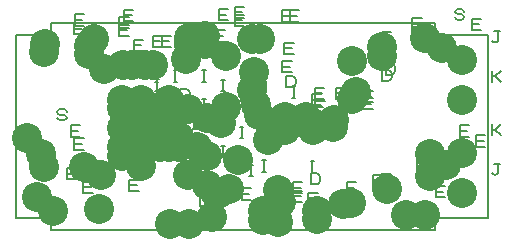
<source format=gbr>
%FSLAX25Y25*%
%MOIN*%
G04 EasyPC Gerber Version 18.0.8 Build 3632 *
%ADD10C,0.00500*%
%ADD150C,0.10000*%
X0Y0D02*
D02*
D10*
X40844Y51787D02*
X41157Y51162D01*
X41781Y50849*
X43031*
X43657Y51162*
X43969Y51787*
X43657Y52412*
X43031Y52724*
X41781*
X41157Y53037*
X40844Y53662*
X41157Y54287*
X41781Y54599*
X43031*
X43657Y54287*
X43969Y53662*
X44226Y31266D02*
Y35016D01*
X47351*
X46726Y33141D02*
X44226D01*
Y31266D02*
X47351D01*
X45407Y45439D02*
Y49189D01*
X48532*
X47907Y47314D02*
X45407D01*
Y45439D02*
X48532D01*
X46574Y79512D02*
Y83262D01*
X49700*
X49074Y81387D02*
X46574D01*
Y79512D02*
X49700D01*
X46588Y41108D02*
Y44858D01*
X49713*
X49088Y42983D02*
X46588D01*
Y41108D02*
X49713D01*
X46653Y82425D02*
Y86175D01*
X49778*
X49153Y84300D02*
X46653D01*
Y82425D02*
X49778D01*
X49576Y26667D02*
Y30417D01*
X52702*
X52076Y28543D02*
X49576D01*
Y26667D02*
X52702D01*
X59777Y41305D02*
Y45055D01*
X62902*
X62277Y43180D02*
X59777D01*
Y41305D02*
X62902D01*
X61574Y78961D02*
Y82711D01*
X64700*
X64074Y80836D02*
X61574D01*
Y78961D02*
X64700D01*
X61574Y81520D02*
Y85270D01*
X64700*
X64074Y83395D02*
X61574D01*
Y81520D02*
X64700D01*
X63124Y84022D02*
Y87772D01*
X66249*
X65624Y85897D02*
X63124D01*
Y84022D02*
X66249D01*
X64895Y27346D02*
Y31096D01*
X68020*
X67395Y29222D02*
X64895D01*
Y27346D02*
X68020D01*
X65486Y38549D02*
Y42299D01*
X67361*
X67986Y41987*
X68298Y41674*
X68611Y41049*
Y39799*
X68298Y39174*
X67986Y38862*
X67361Y38549*
X65486*
X66273Y73982D02*
Y77732D01*
X69398*
X68773Y75857D02*
X66273D01*
Y73982D02*
X69398D01*
X73313Y44848D02*
X74563D01*
X73938D02*
Y48598D01*
X73313D02*
X74563D01*
X73313Y47998D02*
X74563D01*
X73938D02*
Y51748D01*
X73313D02*
X74563D01*
X73313Y54297D02*
X74563D01*
X73938D02*
Y58047D01*
X73313D02*
X74563D01*
X73313Y63746D02*
X74563D01*
X73938D02*
Y67496D01*
X73313D02*
X74563D01*
X73510Y60793D02*
X74760D01*
X74135D02*
Y64543D01*
X73510D02*
X74760D01*
X72598Y75360D02*
Y79110D01*
X75723*
X75098Y77235D02*
X72598D01*
Y75360D02*
X75723D01*
X75748D02*
Y79110D01*
X78873*
X78248Y77235D02*
X75748D01*
Y75360D02*
X78873D01*
X79612Y41699D02*
X80862D01*
X80237D02*
Y45449D01*
X79612D02*
X80862D01*
X79612Y47998D02*
X80862D01*
X80237D02*
Y51748D01*
X79612D02*
X80862D01*
X79612Y54297D02*
X80862D01*
X80237D02*
Y58047D01*
X79612D02*
X80862D01*
X79612Y63746D02*
X80862D01*
X80237D02*
Y67496D01*
X79612D02*
X80862D01*
X80078Y75360D02*
Y79110D01*
X83204*
X82578Y77235D02*
X80078D01*
Y75360D02*
X83204D01*
X81824Y51148D02*
Y54898D01*
X83700*
X84324Y54585*
X84637Y54273*
X84950Y53648*
Y52398*
X84637Y51773*
X84324Y51460*
X83700Y51148*
X81824*
X82762Y54297D02*
X84012D01*
X83387D02*
Y58047D01*
X82762D02*
X84012D01*
X81824Y57447D02*
Y61197D01*
X83700*
X84324Y60885*
X84637Y60572*
X84950Y59947*
Y58697*
X84637Y58072*
X84324Y57759*
X83700Y57447*
X81824*
X82834Y75360D02*
Y79110D01*
X85959*
X85334Y77235D02*
X82834D01*
Y75360D02*
X85959D01*
X85911Y47998D02*
X87161D01*
X86537D02*
Y51748D01*
X85911D02*
X87161D01*
X85911Y54297D02*
X87161D01*
X86537D02*
Y58047D01*
X85911D02*
X87161D01*
X89061Y47998D02*
X90311D01*
X89686D02*
Y51748D01*
X89061D02*
X90311D01*
X89061Y54297D02*
X90311D01*
X89686D02*
Y58047D01*
X89061D02*
X90311D01*
X89061Y63746D02*
X90311D01*
X89686D02*
Y67496D01*
X89061D02*
X90311D01*
X88517Y22407D02*
Y26157D01*
X90393*
X91017Y25845*
X91330Y25533*
X91643Y24907*
Y23657*
X91330Y23033*
X91017Y22720*
X90393Y22407*
X88517*
X92211Y47998D02*
X93461D01*
X92836D02*
Y51748D01*
X92211D02*
X93461D01*
X91273Y51148D02*
Y54898D01*
X93148*
X93773Y54585*
X94086Y54273*
X94398Y53648*
Y52398*
X94086Y51773*
X93773Y51460*
X93148Y51148*
X91273*
X93635Y77132D02*
Y80882D01*
X96761*
X96135Y79007D02*
X93635D01*
Y77132D02*
X96761D01*
X95360Y38549D02*
X96610D01*
X95985D02*
Y42299D01*
X95360D02*
X96610D01*
X95360Y60596D02*
X96610D01*
X95985D02*
Y64346D01*
X95360D02*
X96610D01*
X94620Y84219D02*
Y87969D01*
X97745*
X97120Y86094D02*
X94620D01*
Y84219D02*
X97745D01*
X94842Y22211D02*
Y25961D01*
X96717*
X97342Y25648*
X97655Y25336*
X97967Y24711*
Y23461*
X97655Y22836*
X97342Y22523*
X96717Y22211*
X94842*
X98510Y47998D02*
X99760D01*
X99135D02*
Y51748D01*
X98510D02*
X99760D01*
X99960Y82307D02*
Y86057D01*
X103085*
X102460Y84182D02*
X99960D01*
Y82307D02*
X103085D01*
X99960Y85063D02*
Y88813D01*
X103085*
X102460Y86938D02*
X99960D01*
Y85063D02*
X103085D01*
X101659Y35400D02*
X102909D01*
X102285D02*
Y39150D01*
X101659D02*
X102909D01*
X101659Y44848D02*
X102909D01*
X102285D02*
Y48598D01*
X101659D02*
X102909D01*
X101659Y57447D02*
X102909D01*
X102285D02*
Y61197D01*
X101659D02*
X102909D01*
X102381Y24443D02*
Y28193D01*
X105507*
X104881Y26318D02*
X102381D01*
Y24443D02*
X105507D01*
X104809Y32250D02*
X106059D01*
X105434D02*
Y36000D01*
X104809D02*
X106059D01*
X105446Y56069D02*
Y59819D01*
X107322*
X107946Y59507*
X108259Y59194*
X108572Y58569*
Y57319*
X108259Y56694*
X107946Y56381*
X107322Y56069*
X105446*
X107218Y61187D02*
Y64937D01*
X109093*
X109718Y64625*
X110031Y64312*
X110343Y63687*
Y62437*
X110031Y61812*
X109718Y61500*
X109093Y61187*
X107218*
Y78313D02*
Y82063D01*
X110343*
X109718Y80188D02*
X107218D01*
Y78313D02*
X110343D01*
X109140Y33825D02*
X110390D01*
X109765D02*
Y37575D01*
X109140D02*
X110390D01*
X111896Y43667D02*
X113146D01*
X112521D02*
Y47417D01*
X111896D02*
X113146D01*
X115708Y83825D02*
Y87575D01*
X118833*
X118208Y85700D02*
X115708D01*
Y83825D02*
X118833D01*
X115880Y66896D02*
Y70646D01*
X119005*
X118380Y68771D02*
X115880D01*
Y66896D02*
X119005D01*
X116470Y72998D02*
Y76748D01*
X119595*
X118970Y74873D02*
X116470D01*
Y72998D02*
X119595D01*
X117257Y61974D02*
Y65724D01*
X119133*
X119757Y65412*
X120070Y65100*
X120383Y64474*
Y63224*
X120070Y62600*
X119757Y62287*
X119133Y61974*
X117257*
X118982Y58431D02*
X120232D01*
X119607D02*
Y62181D01*
X118982D02*
X120232D01*
X118267Y83825D02*
Y87575D01*
X121393*
X120767Y85700D02*
X118267D01*
Y83825D02*
X121393D01*
X119448Y23646D02*
Y27396D01*
X122574*
X121948Y25521D02*
X119448D01*
Y23646D02*
X122574D01*
X119448Y26598D02*
Y30348D01*
X122574*
X121948Y28474D02*
X119448D01*
Y26598D02*
X122574D01*
X121194Y50360D02*
Y54110D01*
X124320*
X123694Y52235D02*
X121194D01*
Y50360D02*
X124320D01*
X125281Y33431D02*
X126531D01*
X125907D02*
Y37181D01*
X125281D02*
X126531D01*
X124541Y22998D02*
Y26748D01*
X127666*
X127041Y24873D02*
X124541D01*
Y22998D02*
X127666D01*
X125328Y29494D02*
Y33244D01*
X127204*
X127828Y32932*
X128141Y32619*
X128454Y31994*
Y30744*
X128141Y30119*
X127828Y29807*
X127204Y29494*
X125328*
X125722Y55872D02*
Y59622D01*
X128847*
X128222Y57747D02*
X125722D01*
Y55872D02*
X128847D01*
X126706Y58037D02*
Y61787D01*
X129831*
X129206Y59913D02*
X126706D01*
Y58037D02*
X129831D01*
X126903Y53510D02*
Y57260D01*
X130028*
X129403Y55385D02*
X126903D01*
Y53510D02*
X130028D01*
X133596Y58037D02*
Y61787D01*
X136721*
X136096Y59913D02*
X133596D01*
Y58037D02*
X136721D01*
X136155Y53510D02*
Y57260D01*
X139280*
X138655Y55385D02*
X136155D01*
Y53510D02*
X139280D01*
X136155Y55872D02*
Y59622D01*
X139280*
X138655Y57747D02*
X136155D01*
Y55872D02*
X139280D01*
X137362Y23843D02*
Y27593D01*
X140487*
X139862Y25718D02*
X137362D01*
Y23843D02*
X140487D01*
X137362Y26598D02*
Y30348D01*
X140487*
X139862Y28474D02*
X137362D01*
Y26598D02*
X140487D01*
X142848Y54494D02*
Y58244D01*
X145973*
X145348Y56369D02*
X142848D01*
Y54494D02*
X145973D01*
X143045Y57053D02*
Y60803D01*
X146170*
X145545Y58928D02*
X143045D01*
Y57053D02*
X146170D01*
X146151Y29049D02*
Y32799D01*
X149276*
X148651Y30924D02*
X146151D01*
Y29049D02*
X149276D01*
X148848Y29148D02*
Y32898D01*
X151973*
X151348Y31023D02*
X148848D01*
Y29148D02*
X151973D01*
X148950Y76541D02*
Y80291D01*
X152076*
X151450Y78417D02*
X148950D01*
Y76541D02*
X152076D01*
X149147Y63943D02*
Y67693D01*
X151022*
X151647Y67381*
X151960Y67068*
X152272Y66443*
Y65193*
X151960Y64568*
X151647Y64256*
X151022Y63943*
X149147*
X150328Y66108D02*
Y69858D01*
X152204*
X152828Y69546*
X153141Y69233*
X153454Y68608*
Y67358*
X153141Y66733*
X152828Y66421*
X152204Y66108*
X150328*
X159212Y78370D02*
Y82120D01*
X162337*
X161712Y80245D02*
X159212D01*
Y78370D02*
X162337D01*
X159212Y81126D02*
Y84876D01*
X162337*
X161712Y83001D02*
X159212D01*
Y81126D02*
X162337D01*
X160787Y33882D02*
Y37632D01*
X163912*
X163287Y35757D02*
X160787D01*
Y33882D02*
X163912D01*
X166667Y14305D02*
X38814D01*
Y18242*
X27003*
Y79462*
X38814*
Y83399*
X166667*
Y79462*
X184423*
Y18242*
X166667*
Y14305*
X166968Y25191D02*
Y28941D01*
X170093*
X169468Y27066D02*
X166968D01*
Y25191D02*
X170093D01*
X173324Y26196D02*
X173637Y25571D01*
X174262Y25259*
X175512*
X176137Y25571*
X176450Y26196*
X176137Y26821*
X175512Y27134*
X174262*
X173637Y27446*
X173324Y28071*
X173637Y28696*
X174262Y29009*
X175512*
X176137Y28696*
X176450Y28071*
X173324Y85252D02*
X173637Y84626D01*
X174262Y84314*
X175512*
X176137Y84626*
X176450Y85252*
X176137Y85876*
X175512Y86189*
X174262*
X173637Y86502*
X173324Y87126*
X173637Y87752*
X174262Y88064*
X175512*
X176137Y87752*
X176450Y87126*
X174935Y45439D02*
Y49189D01*
X178060*
X177435Y47314D02*
X174935D01*
Y45439D02*
X178060D01*
X175131Y38254D02*
Y42004D01*
X178257*
X177631Y40129D02*
X175131D01*
Y38254D02*
X178257D01*
X179069Y80970D02*
Y84720D01*
X182194*
X181569Y82846D02*
X179069D01*
Y80970D02*
X182194D01*
X180446Y42093D02*
Y45843D01*
X183572*
X182946Y43968D02*
X180446D01*
Y42093D02*
X183572D01*
X185761Y33367D02*
X186074Y33055D01*
X186699Y32742*
X187324Y33055*
X187637Y33367*
Y36492*
X188261*
X187637D02*
X186387D01*
X185761Y45884D02*
Y49634D01*
Y47759D02*
X186699D01*
X188887Y49634*
X186699Y47759D02*
X188887Y45884D01*
X185761Y63695D02*
Y67445D01*
Y65570D02*
X186699D01*
X188887Y67445*
X186699Y65570D02*
X188887Y63695D01*
X185761Y77462D02*
X186074Y77149D01*
X186699Y76837*
X187324Y77149*
X187637Y77462*
Y80587*
X188261*
X187637D02*
X186387D01*
D02*
D150*
X30844Y44912D03*
X34226Y25328D03*
X35407Y39502D03*
X36574Y73574D03*
X36588Y35171D03*
X36653Y76488D03*
X39576Y20730D03*
X49777Y35368D03*
X51574Y73023D03*
Y75582D03*
X53124Y78084D03*
X54895Y21409D03*
X55486Y32612D03*
X56273Y68045D03*
X62376Y38911D03*
Y42061D03*
Y48360D03*
Y57809D03*
X62572Y54856D03*
X62598Y69423D03*
X65748D03*
X68675Y35761D03*
Y42061D03*
Y48360D03*
Y57809D03*
X70078Y69423D03*
X71824Y45210D03*
Y48360D03*
Y51509D03*
X72834Y69423D03*
X74974Y42061D03*
Y48360D03*
X78124Y42061D03*
Y48360D03*
Y57809D03*
X78517Y16470D03*
X81273Y42061D03*
Y45210D03*
X83635Y71194D03*
X84423Y32612D03*
Y54659D03*
X84620Y78281D03*
X84842Y16273D03*
X87572Y42061D03*
X89960Y76370D03*
Y79126D03*
X90722Y29462D03*
Y38911D03*
Y51509D03*
X92381Y18506D03*
X93872Y26313D03*
X95446Y50131D03*
X97218Y55250D03*
Y72376D03*
X98202Y27887D03*
X100958Y37730D03*
X105708Y77887D03*
X105880Y60958D03*
X106470Y67061D03*
X107257Y56037D03*
X108045Y52494D03*
X108267Y77887D03*
X109448Y17708D03*
Y20661D03*
X111194Y44423D03*
X114344Y27494D03*
X114541Y17061D03*
X115328Y23557D03*
X115722Y49935D03*
X116706Y52100D03*
X116903Y47572D03*
X123596Y52100D03*
X126155Y47572D03*
Y49935D03*
X127362Y17905D03*
Y20661D03*
X132848Y48557D03*
X133045Y51116D03*
X136151Y23112D03*
X138848Y23210D03*
X138950Y70604D03*
X139147Y58006D03*
X140328Y60171D03*
X149212Y72433D03*
Y75189D03*
X150787Y27944D03*
X156968Y19254D03*
X163324Y19321D03*
Y78376D03*
X164935Y39502D03*
X165131Y32317D03*
X169069Y75033D03*
X170446Y36155D03*
X175761Y26805D03*
Y39946D03*
Y57757D03*
Y70899D03*
X0Y0D02*
M02*

</source>
